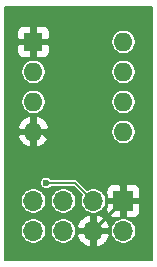
<source format=gbr>
G04 #@! TF.GenerationSoftware,KiCad,Pcbnew,(5.1.5-0-10_14)*
G04 #@! TF.CreationDate,2020-05-05T19:22:47-07:00*
G04 #@! TF.ProjectId,N64 EEPROM Breakout,4e363420-4545-4505-924f-4d2042726561,rev?*
G04 #@! TF.SameCoordinates,Original*
G04 #@! TF.FileFunction,Copper,L2,Bot*
G04 #@! TF.FilePolarity,Positive*
%FSLAX46Y46*%
G04 Gerber Fmt 4.6, Leading zero omitted, Abs format (unit mm)*
G04 Created by KiCad (PCBNEW (5.1.5-0-10_14)) date 2020-05-05 19:22:47*
%MOMM*%
%LPD*%
G04 APERTURE LIST*
%ADD10O,1.700000X1.700000*%
%ADD11R,1.700000X1.700000*%
%ADD12O,1.600000X1.600000*%
%ADD13R,1.600000X1.600000*%
%ADD14C,0.600000*%
%ADD15C,0.304800*%
%ADD16C,0.152400*%
G04 APERTURE END LIST*
D10*
X139700000Y-124460000D03*
X139700000Y-121920000D03*
X142240000Y-124460000D03*
X142240000Y-121920000D03*
X144780000Y-124460000D03*
X144780000Y-121920000D03*
X147320000Y-124460000D03*
D11*
X147320000Y-121920000D03*
D12*
X147320000Y-108458000D03*
X139700000Y-116078000D03*
X147320000Y-110998000D03*
X139700000Y-113538000D03*
X147320000Y-113538000D03*
X139700000Y-110998000D03*
X147320000Y-116078000D03*
D13*
X139700000Y-108458000D03*
D14*
X137922000Y-116078000D03*
X137922000Y-108458000D03*
X142748000Y-118364000D03*
X142748000Y-119380000D03*
X144272000Y-118364000D03*
X144272000Y-119380000D03*
X140778601Y-120396000D03*
D15*
X142748000Y-118364000D02*
X144272000Y-118364000D01*
X140462000Y-116078000D02*
X139700000Y-116078000D01*
X142748000Y-118364000D02*
X140462000Y-116078000D01*
X144272000Y-119804264D02*
X144863736Y-120396000D01*
X144272000Y-119380000D02*
X144272000Y-119804264D01*
X147320000Y-120765200D02*
X147320000Y-121920000D01*
X146950800Y-120396000D02*
X147320000Y-120765200D01*
X144863736Y-120396000D02*
X146950800Y-120396000D01*
X147320000Y-121920000D02*
X144780000Y-124460000D01*
D16*
X143256000Y-120396000D02*
X144780000Y-121920000D01*
X140778601Y-120396000D02*
X143256000Y-120396000D01*
G36*
X149758800Y-126898800D02*
G01*
X137261200Y-126898800D01*
X137261200Y-124353767D01*
X138621400Y-124353767D01*
X138621400Y-124566233D01*
X138662850Y-124774616D01*
X138744157Y-124970909D01*
X138862197Y-125147567D01*
X139012433Y-125297803D01*
X139189091Y-125415843D01*
X139385384Y-125497150D01*
X139593767Y-125538600D01*
X139806233Y-125538600D01*
X140014616Y-125497150D01*
X140210909Y-125415843D01*
X140387567Y-125297803D01*
X140537803Y-125147567D01*
X140655843Y-124970909D01*
X140737150Y-124774616D01*
X140778600Y-124566233D01*
X140778600Y-124353767D01*
X141161400Y-124353767D01*
X141161400Y-124566233D01*
X141202850Y-124774616D01*
X141284157Y-124970909D01*
X141402197Y-125147567D01*
X141552433Y-125297803D01*
X141729091Y-125415843D01*
X141925384Y-125497150D01*
X142133767Y-125538600D01*
X142346233Y-125538600D01*
X142554616Y-125497150D01*
X142750909Y-125415843D01*
X142927567Y-125297803D01*
X143077803Y-125147567D01*
X143195843Y-124970909D01*
X143242511Y-124858240D01*
X143402192Y-124858240D01*
X143506359Y-125119385D01*
X143659471Y-125355190D01*
X143855645Y-125556594D01*
X144087341Y-125715856D01*
X144345656Y-125826856D01*
X144381761Y-125837801D01*
X144602200Y-125735820D01*
X144602200Y-124637800D01*
X144957800Y-124637800D01*
X144957800Y-125735820D01*
X145178239Y-125837801D01*
X145214344Y-125826856D01*
X145472659Y-125715856D01*
X145704355Y-125556594D01*
X145900529Y-125355190D01*
X146053641Y-125119385D01*
X146157808Y-124858240D01*
X146057093Y-124637800D01*
X144957800Y-124637800D01*
X144602200Y-124637800D01*
X143502907Y-124637800D01*
X143402192Y-124858240D01*
X143242511Y-124858240D01*
X143277150Y-124774616D01*
X143318600Y-124566233D01*
X143318600Y-124353767D01*
X146241400Y-124353767D01*
X146241400Y-124566233D01*
X146282850Y-124774616D01*
X146364157Y-124970909D01*
X146482197Y-125147567D01*
X146632433Y-125297803D01*
X146809091Y-125415843D01*
X147005384Y-125497150D01*
X147213767Y-125538600D01*
X147426233Y-125538600D01*
X147634616Y-125497150D01*
X147830909Y-125415843D01*
X148007567Y-125297803D01*
X148157803Y-125147567D01*
X148275843Y-124970909D01*
X148357150Y-124774616D01*
X148398600Y-124566233D01*
X148398600Y-124353767D01*
X148357150Y-124145384D01*
X148275843Y-123949091D01*
X148157803Y-123772433D01*
X148007567Y-123622197D01*
X147830909Y-123504157D01*
X147634616Y-123422850D01*
X147426233Y-123381400D01*
X147213767Y-123381400D01*
X147005384Y-123422850D01*
X146809091Y-123504157D01*
X146632433Y-123622197D01*
X146482197Y-123772433D01*
X146364157Y-123949091D01*
X146282850Y-124145384D01*
X146241400Y-124353767D01*
X143318600Y-124353767D01*
X143277150Y-124145384D01*
X143242512Y-124061760D01*
X143402192Y-124061760D01*
X143502907Y-124282200D01*
X144602200Y-124282200D01*
X144602200Y-123184180D01*
X144957800Y-123184180D01*
X144957800Y-124282200D01*
X146057093Y-124282200D01*
X146157808Y-124061760D01*
X146053641Y-123800615D01*
X145900529Y-123564810D01*
X145704355Y-123363406D01*
X145472659Y-123204144D01*
X145214344Y-123093144D01*
X145178239Y-123082199D01*
X144957800Y-123184180D01*
X144602200Y-123184180D01*
X144381761Y-123082199D01*
X144345656Y-123093144D01*
X144087341Y-123204144D01*
X143855645Y-123363406D01*
X143659471Y-123564810D01*
X143506359Y-123800615D01*
X143402192Y-124061760D01*
X143242512Y-124061760D01*
X143195843Y-123949091D01*
X143077803Y-123772433D01*
X142927567Y-123622197D01*
X142750909Y-123504157D01*
X142554616Y-123422850D01*
X142346233Y-123381400D01*
X142133767Y-123381400D01*
X141925384Y-123422850D01*
X141729091Y-123504157D01*
X141552433Y-123622197D01*
X141402197Y-123772433D01*
X141284157Y-123949091D01*
X141202850Y-124145384D01*
X141161400Y-124353767D01*
X140778600Y-124353767D01*
X140737150Y-124145384D01*
X140655843Y-123949091D01*
X140537803Y-123772433D01*
X140387567Y-123622197D01*
X140210909Y-123504157D01*
X140014616Y-123422850D01*
X139806233Y-123381400D01*
X139593767Y-123381400D01*
X139385384Y-123422850D01*
X139189091Y-123504157D01*
X139012433Y-123622197D01*
X138862197Y-123772433D01*
X138744157Y-123949091D01*
X138662850Y-124145384D01*
X138621400Y-124353767D01*
X137261200Y-124353767D01*
X137261200Y-121813767D01*
X138621400Y-121813767D01*
X138621400Y-122026233D01*
X138662850Y-122234616D01*
X138744157Y-122430909D01*
X138862197Y-122607567D01*
X139012433Y-122757803D01*
X139189091Y-122875843D01*
X139385384Y-122957150D01*
X139593767Y-122998600D01*
X139806233Y-122998600D01*
X140014616Y-122957150D01*
X140210909Y-122875843D01*
X140387567Y-122757803D01*
X140537803Y-122607567D01*
X140655843Y-122430909D01*
X140737150Y-122234616D01*
X140778600Y-122026233D01*
X140778600Y-121813767D01*
X141161400Y-121813767D01*
X141161400Y-122026233D01*
X141202850Y-122234616D01*
X141284157Y-122430909D01*
X141402197Y-122607567D01*
X141552433Y-122757803D01*
X141729091Y-122875843D01*
X141925384Y-122957150D01*
X142133767Y-122998600D01*
X142346233Y-122998600D01*
X142554616Y-122957150D01*
X142750909Y-122875843D01*
X142927567Y-122757803D01*
X143077803Y-122607567D01*
X143195843Y-122430909D01*
X143277150Y-122234616D01*
X143318600Y-122026233D01*
X143318600Y-121813767D01*
X143277150Y-121605384D01*
X143195843Y-121409091D01*
X143077803Y-121232433D01*
X142927567Y-121082197D01*
X142750909Y-120964157D01*
X142554616Y-120882850D01*
X142346233Y-120841400D01*
X142133767Y-120841400D01*
X141925384Y-120882850D01*
X141729091Y-120964157D01*
X141552433Y-121082197D01*
X141402197Y-121232433D01*
X141284157Y-121409091D01*
X141202850Y-121605384D01*
X141161400Y-121813767D01*
X140778600Y-121813767D01*
X140737150Y-121605384D01*
X140655843Y-121409091D01*
X140537803Y-121232433D01*
X140387567Y-121082197D01*
X140210909Y-120964157D01*
X140014616Y-120882850D01*
X139806233Y-120841400D01*
X139593767Y-120841400D01*
X139385384Y-120882850D01*
X139189091Y-120964157D01*
X139012433Y-121082197D01*
X138862197Y-121232433D01*
X138744157Y-121409091D01*
X138662850Y-121605384D01*
X138621400Y-121813767D01*
X137261200Y-121813767D01*
X137261200Y-120343937D01*
X140250001Y-120343937D01*
X140250001Y-120448063D01*
X140270314Y-120550187D01*
X140310161Y-120646386D01*
X140368010Y-120732963D01*
X140441638Y-120806591D01*
X140528215Y-120864440D01*
X140624414Y-120904287D01*
X140726538Y-120924600D01*
X140830664Y-120924600D01*
X140932788Y-120904287D01*
X141028987Y-120864440D01*
X141115564Y-120806591D01*
X141189192Y-120732963D01*
X141210683Y-120700800D01*
X143129749Y-120700800D01*
X143829718Y-121400769D01*
X143824157Y-121409091D01*
X143742850Y-121605384D01*
X143701400Y-121813767D01*
X143701400Y-122026233D01*
X143742850Y-122234616D01*
X143824157Y-122430909D01*
X143942197Y-122607567D01*
X144092433Y-122757803D01*
X144269091Y-122875843D01*
X144465384Y-122957150D01*
X144673767Y-122998600D01*
X144886233Y-122998600D01*
X145094616Y-122957150D01*
X145290909Y-122875843D01*
X145449313Y-122770000D01*
X145882973Y-122770000D01*
X145894253Y-122884523D01*
X145927658Y-122994646D01*
X145981905Y-123096135D01*
X146054909Y-123185091D01*
X146143865Y-123258095D01*
X146245354Y-123312342D01*
X146355477Y-123345747D01*
X146470000Y-123357027D01*
X146996150Y-123354200D01*
X147142200Y-123208150D01*
X147142200Y-122097800D01*
X147497800Y-122097800D01*
X147497800Y-123208150D01*
X147643850Y-123354200D01*
X148170000Y-123357027D01*
X148284523Y-123345747D01*
X148394646Y-123312342D01*
X148496135Y-123258095D01*
X148585091Y-123185091D01*
X148658095Y-123096135D01*
X148712342Y-122994646D01*
X148745747Y-122884523D01*
X148757027Y-122770000D01*
X148754200Y-122243850D01*
X148608150Y-122097800D01*
X147497800Y-122097800D01*
X147142200Y-122097800D01*
X146031850Y-122097800D01*
X145885800Y-122243850D01*
X145882973Y-122770000D01*
X145449313Y-122770000D01*
X145467567Y-122757803D01*
X145617803Y-122607567D01*
X145735843Y-122430909D01*
X145817150Y-122234616D01*
X145858600Y-122026233D01*
X145858600Y-121813767D01*
X145817150Y-121605384D01*
X145735843Y-121409091D01*
X145617803Y-121232433D01*
X145467567Y-121082197D01*
X145449314Y-121070000D01*
X145882973Y-121070000D01*
X145885800Y-121596150D01*
X146031850Y-121742200D01*
X147142200Y-121742200D01*
X147142200Y-120631850D01*
X147497800Y-120631850D01*
X147497800Y-121742200D01*
X148608150Y-121742200D01*
X148754200Y-121596150D01*
X148757027Y-121070000D01*
X148745747Y-120955477D01*
X148712342Y-120845354D01*
X148658095Y-120743865D01*
X148585091Y-120654909D01*
X148496135Y-120581905D01*
X148394646Y-120527658D01*
X148284523Y-120494253D01*
X148170000Y-120482973D01*
X147643850Y-120485800D01*
X147497800Y-120631850D01*
X147142200Y-120631850D01*
X146996150Y-120485800D01*
X146470000Y-120482973D01*
X146355477Y-120494253D01*
X146245354Y-120527658D01*
X146143865Y-120581905D01*
X146054909Y-120654909D01*
X145981905Y-120743865D01*
X145927658Y-120845354D01*
X145894253Y-120955477D01*
X145882973Y-121070000D01*
X145449314Y-121070000D01*
X145290909Y-120964157D01*
X145094616Y-120882850D01*
X144886233Y-120841400D01*
X144673767Y-120841400D01*
X144465384Y-120882850D01*
X144269091Y-120964157D01*
X144260769Y-120969718D01*
X143482112Y-120191061D01*
X143472568Y-120179432D01*
X143426157Y-120141342D01*
X143373206Y-120113040D01*
X143315751Y-120095611D01*
X143270966Y-120091200D01*
X143270958Y-120091200D01*
X143256000Y-120089727D01*
X143241042Y-120091200D01*
X141210683Y-120091200D01*
X141189192Y-120059037D01*
X141115564Y-119985409D01*
X141028987Y-119927560D01*
X140932788Y-119887713D01*
X140830664Y-119867400D01*
X140726538Y-119867400D01*
X140624414Y-119887713D01*
X140528215Y-119927560D01*
X140441638Y-119985409D01*
X140368010Y-120059037D01*
X140310161Y-120145614D01*
X140270314Y-120241813D01*
X140250001Y-120343937D01*
X137261200Y-120343937D01*
X137261200Y-116468354D01*
X138371982Y-116468354D01*
X138378917Y-116491244D01*
X138484921Y-116741034D01*
X138637620Y-116965344D01*
X138831146Y-117155554D01*
X139058061Y-117304354D01*
X139309645Y-117406026D01*
X139522200Y-117304691D01*
X139522200Y-116255800D01*
X139877800Y-116255800D01*
X139877800Y-117304691D01*
X140090355Y-117406026D01*
X140341939Y-117304354D01*
X140568854Y-117155554D01*
X140762380Y-116965344D01*
X140915079Y-116741034D01*
X141021083Y-116491244D01*
X141028018Y-116468354D01*
X140925317Y-116255800D01*
X139877800Y-116255800D01*
X139522200Y-116255800D01*
X138474683Y-116255800D01*
X138371982Y-116468354D01*
X137261200Y-116468354D01*
X137261200Y-115976692D01*
X146291400Y-115976692D01*
X146291400Y-116179308D01*
X146330928Y-116378032D01*
X146408466Y-116565225D01*
X146521034Y-116733694D01*
X146664306Y-116876966D01*
X146832775Y-116989534D01*
X147019968Y-117067072D01*
X147218692Y-117106600D01*
X147421308Y-117106600D01*
X147620032Y-117067072D01*
X147807225Y-116989534D01*
X147975694Y-116876966D01*
X148118966Y-116733694D01*
X148231534Y-116565225D01*
X148309072Y-116378032D01*
X148348600Y-116179308D01*
X148348600Y-115976692D01*
X148309072Y-115777968D01*
X148231534Y-115590775D01*
X148118966Y-115422306D01*
X147975694Y-115279034D01*
X147807225Y-115166466D01*
X147620032Y-115088928D01*
X147421308Y-115049400D01*
X147218692Y-115049400D01*
X147019968Y-115088928D01*
X146832775Y-115166466D01*
X146664306Y-115279034D01*
X146521034Y-115422306D01*
X146408466Y-115590775D01*
X146330928Y-115777968D01*
X146291400Y-115976692D01*
X137261200Y-115976692D01*
X137261200Y-115687646D01*
X138371982Y-115687646D01*
X138474683Y-115900200D01*
X139522200Y-115900200D01*
X139522200Y-114851309D01*
X139877800Y-114851309D01*
X139877800Y-115900200D01*
X140925317Y-115900200D01*
X141028018Y-115687646D01*
X141021083Y-115664756D01*
X140915079Y-115414966D01*
X140762380Y-115190656D01*
X140568854Y-115000446D01*
X140341939Y-114851646D01*
X140090355Y-114749974D01*
X139877800Y-114851309D01*
X139522200Y-114851309D01*
X139309645Y-114749974D01*
X139058061Y-114851646D01*
X138831146Y-115000446D01*
X138637620Y-115190656D01*
X138484921Y-115414966D01*
X138378917Y-115664756D01*
X138371982Y-115687646D01*
X137261200Y-115687646D01*
X137261200Y-113436692D01*
X138671400Y-113436692D01*
X138671400Y-113639308D01*
X138710928Y-113838032D01*
X138788466Y-114025225D01*
X138901034Y-114193694D01*
X139044306Y-114336966D01*
X139212775Y-114449534D01*
X139399968Y-114527072D01*
X139598692Y-114566600D01*
X139801308Y-114566600D01*
X140000032Y-114527072D01*
X140187225Y-114449534D01*
X140355694Y-114336966D01*
X140498966Y-114193694D01*
X140611534Y-114025225D01*
X140689072Y-113838032D01*
X140728600Y-113639308D01*
X140728600Y-113436692D01*
X146291400Y-113436692D01*
X146291400Y-113639308D01*
X146330928Y-113838032D01*
X146408466Y-114025225D01*
X146521034Y-114193694D01*
X146664306Y-114336966D01*
X146832775Y-114449534D01*
X147019968Y-114527072D01*
X147218692Y-114566600D01*
X147421308Y-114566600D01*
X147620032Y-114527072D01*
X147807225Y-114449534D01*
X147975694Y-114336966D01*
X148118966Y-114193694D01*
X148231534Y-114025225D01*
X148309072Y-113838032D01*
X148348600Y-113639308D01*
X148348600Y-113436692D01*
X148309072Y-113237968D01*
X148231534Y-113050775D01*
X148118966Y-112882306D01*
X147975694Y-112739034D01*
X147807225Y-112626466D01*
X147620032Y-112548928D01*
X147421308Y-112509400D01*
X147218692Y-112509400D01*
X147019968Y-112548928D01*
X146832775Y-112626466D01*
X146664306Y-112739034D01*
X146521034Y-112882306D01*
X146408466Y-113050775D01*
X146330928Y-113237968D01*
X146291400Y-113436692D01*
X140728600Y-113436692D01*
X140689072Y-113237968D01*
X140611534Y-113050775D01*
X140498966Y-112882306D01*
X140355694Y-112739034D01*
X140187225Y-112626466D01*
X140000032Y-112548928D01*
X139801308Y-112509400D01*
X139598692Y-112509400D01*
X139399968Y-112548928D01*
X139212775Y-112626466D01*
X139044306Y-112739034D01*
X138901034Y-112882306D01*
X138788466Y-113050775D01*
X138710928Y-113237968D01*
X138671400Y-113436692D01*
X137261200Y-113436692D01*
X137261200Y-110896692D01*
X138671400Y-110896692D01*
X138671400Y-111099308D01*
X138710928Y-111298032D01*
X138788466Y-111485225D01*
X138901034Y-111653694D01*
X139044306Y-111796966D01*
X139212775Y-111909534D01*
X139399968Y-111987072D01*
X139598692Y-112026600D01*
X139801308Y-112026600D01*
X140000032Y-111987072D01*
X140187225Y-111909534D01*
X140355694Y-111796966D01*
X140498966Y-111653694D01*
X140611534Y-111485225D01*
X140689072Y-111298032D01*
X140728600Y-111099308D01*
X140728600Y-110896692D01*
X146291400Y-110896692D01*
X146291400Y-111099308D01*
X146330928Y-111298032D01*
X146408466Y-111485225D01*
X146521034Y-111653694D01*
X146664306Y-111796966D01*
X146832775Y-111909534D01*
X147019968Y-111987072D01*
X147218692Y-112026600D01*
X147421308Y-112026600D01*
X147620032Y-111987072D01*
X147807225Y-111909534D01*
X147975694Y-111796966D01*
X148118966Y-111653694D01*
X148231534Y-111485225D01*
X148309072Y-111298032D01*
X148348600Y-111099308D01*
X148348600Y-110896692D01*
X148309072Y-110697968D01*
X148231534Y-110510775D01*
X148118966Y-110342306D01*
X147975694Y-110199034D01*
X147807225Y-110086466D01*
X147620032Y-110008928D01*
X147421308Y-109969400D01*
X147218692Y-109969400D01*
X147019968Y-110008928D01*
X146832775Y-110086466D01*
X146664306Y-110199034D01*
X146521034Y-110342306D01*
X146408466Y-110510775D01*
X146330928Y-110697968D01*
X146291400Y-110896692D01*
X140728600Y-110896692D01*
X140689072Y-110697968D01*
X140611534Y-110510775D01*
X140498966Y-110342306D01*
X140355694Y-110199034D01*
X140187225Y-110086466D01*
X140000032Y-110008928D01*
X139801308Y-109969400D01*
X139598692Y-109969400D01*
X139399968Y-110008928D01*
X139212775Y-110086466D01*
X139044306Y-110199034D01*
X138901034Y-110342306D01*
X138788466Y-110510775D01*
X138710928Y-110697968D01*
X138671400Y-110896692D01*
X137261200Y-110896692D01*
X137261200Y-109258000D01*
X138312973Y-109258000D01*
X138324253Y-109372523D01*
X138357658Y-109482646D01*
X138411905Y-109584135D01*
X138484909Y-109673091D01*
X138573865Y-109746095D01*
X138675354Y-109800342D01*
X138785477Y-109833747D01*
X138900000Y-109845027D01*
X139376150Y-109842200D01*
X139522200Y-109696150D01*
X139522200Y-108635800D01*
X139877800Y-108635800D01*
X139877800Y-109696150D01*
X140023850Y-109842200D01*
X140500000Y-109845027D01*
X140614523Y-109833747D01*
X140724646Y-109800342D01*
X140826135Y-109746095D01*
X140915091Y-109673091D01*
X140988095Y-109584135D01*
X141042342Y-109482646D01*
X141075747Y-109372523D01*
X141087027Y-109258000D01*
X141084200Y-108781850D01*
X140938150Y-108635800D01*
X139877800Y-108635800D01*
X139522200Y-108635800D01*
X138461850Y-108635800D01*
X138315800Y-108781850D01*
X138312973Y-109258000D01*
X137261200Y-109258000D01*
X137261200Y-108356692D01*
X146291400Y-108356692D01*
X146291400Y-108559308D01*
X146330928Y-108758032D01*
X146408466Y-108945225D01*
X146521034Y-109113694D01*
X146664306Y-109256966D01*
X146832775Y-109369534D01*
X147019968Y-109447072D01*
X147218692Y-109486600D01*
X147421308Y-109486600D01*
X147620032Y-109447072D01*
X147807225Y-109369534D01*
X147975694Y-109256966D01*
X148118966Y-109113694D01*
X148231534Y-108945225D01*
X148309072Y-108758032D01*
X148348600Y-108559308D01*
X148348600Y-108356692D01*
X148309072Y-108157968D01*
X148231534Y-107970775D01*
X148118966Y-107802306D01*
X147975694Y-107659034D01*
X147807225Y-107546466D01*
X147620032Y-107468928D01*
X147421308Y-107429400D01*
X147218692Y-107429400D01*
X147019968Y-107468928D01*
X146832775Y-107546466D01*
X146664306Y-107659034D01*
X146521034Y-107802306D01*
X146408466Y-107970775D01*
X146330928Y-108157968D01*
X146291400Y-108356692D01*
X137261200Y-108356692D01*
X137261200Y-107658000D01*
X138312973Y-107658000D01*
X138315800Y-108134150D01*
X138461850Y-108280200D01*
X139522200Y-108280200D01*
X139522200Y-107219850D01*
X139877800Y-107219850D01*
X139877800Y-108280200D01*
X140938150Y-108280200D01*
X141084200Y-108134150D01*
X141087027Y-107658000D01*
X141075747Y-107543477D01*
X141042342Y-107433354D01*
X140988095Y-107331865D01*
X140915091Y-107242909D01*
X140826135Y-107169905D01*
X140724646Y-107115658D01*
X140614523Y-107082253D01*
X140500000Y-107070973D01*
X140023850Y-107073800D01*
X139877800Y-107219850D01*
X139522200Y-107219850D01*
X139376150Y-107073800D01*
X138900000Y-107070973D01*
X138785477Y-107082253D01*
X138675354Y-107115658D01*
X138573865Y-107169905D01*
X138484909Y-107242909D01*
X138411905Y-107331865D01*
X138357658Y-107433354D01*
X138324253Y-107543477D01*
X138312973Y-107658000D01*
X137261200Y-107658000D01*
X137261200Y-105511200D01*
X149758801Y-105511200D01*
X149758800Y-126898800D01*
G37*
X149758800Y-126898800D02*
X137261200Y-126898800D01*
X137261200Y-124353767D01*
X138621400Y-124353767D01*
X138621400Y-124566233D01*
X138662850Y-124774616D01*
X138744157Y-124970909D01*
X138862197Y-125147567D01*
X139012433Y-125297803D01*
X139189091Y-125415843D01*
X139385384Y-125497150D01*
X139593767Y-125538600D01*
X139806233Y-125538600D01*
X140014616Y-125497150D01*
X140210909Y-125415843D01*
X140387567Y-125297803D01*
X140537803Y-125147567D01*
X140655843Y-124970909D01*
X140737150Y-124774616D01*
X140778600Y-124566233D01*
X140778600Y-124353767D01*
X141161400Y-124353767D01*
X141161400Y-124566233D01*
X141202850Y-124774616D01*
X141284157Y-124970909D01*
X141402197Y-125147567D01*
X141552433Y-125297803D01*
X141729091Y-125415843D01*
X141925384Y-125497150D01*
X142133767Y-125538600D01*
X142346233Y-125538600D01*
X142554616Y-125497150D01*
X142750909Y-125415843D01*
X142927567Y-125297803D01*
X143077803Y-125147567D01*
X143195843Y-124970909D01*
X143242511Y-124858240D01*
X143402192Y-124858240D01*
X143506359Y-125119385D01*
X143659471Y-125355190D01*
X143855645Y-125556594D01*
X144087341Y-125715856D01*
X144345656Y-125826856D01*
X144381761Y-125837801D01*
X144602200Y-125735820D01*
X144602200Y-124637800D01*
X144957800Y-124637800D01*
X144957800Y-125735820D01*
X145178239Y-125837801D01*
X145214344Y-125826856D01*
X145472659Y-125715856D01*
X145704355Y-125556594D01*
X145900529Y-125355190D01*
X146053641Y-125119385D01*
X146157808Y-124858240D01*
X146057093Y-124637800D01*
X144957800Y-124637800D01*
X144602200Y-124637800D01*
X143502907Y-124637800D01*
X143402192Y-124858240D01*
X143242511Y-124858240D01*
X143277150Y-124774616D01*
X143318600Y-124566233D01*
X143318600Y-124353767D01*
X146241400Y-124353767D01*
X146241400Y-124566233D01*
X146282850Y-124774616D01*
X146364157Y-124970909D01*
X146482197Y-125147567D01*
X146632433Y-125297803D01*
X146809091Y-125415843D01*
X147005384Y-125497150D01*
X147213767Y-125538600D01*
X147426233Y-125538600D01*
X147634616Y-125497150D01*
X147830909Y-125415843D01*
X148007567Y-125297803D01*
X148157803Y-125147567D01*
X148275843Y-124970909D01*
X148357150Y-124774616D01*
X148398600Y-124566233D01*
X148398600Y-124353767D01*
X148357150Y-124145384D01*
X148275843Y-123949091D01*
X148157803Y-123772433D01*
X148007567Y-123622197D01*
X147830909Y-123504157D01*
X147634616Y-123422850D01*
X147426233Y-123381400D01*
X147213767Y-123381400D01*
X147005384Y-123422850D01*
X146809091Y-123504157D01*
X146632433Y-123622197D01*
X146482197Y-123772433D01*
X146364157Y-123949091D01*
X146282850Y-124145384D01*
X146241400Y-124353767D01*
X143318600Y-124353767D01*
X143277150Y-124145384D01*
X143242512Y-124061760D01*
X143402192Y-124061760D01*
X143502907Y-124282200D01*
X144602200Y-124282200D01*
X144602200Y-123184180D01*
X144957800Y-123184180D01*
X144957800Y-124282200D01*
X146057093Y-124282200D01*
X146157808Y-124061760D01*
X146053641Y-123800615D01*
X145900529Y-123564810D01*
X145704355Y-123363406D01*
X145472659Y-123204144D01*
X145214344Y-123093144D01*
X145178239Y-123082199D01*
X144957800Y-123184180D01*
X144602200Y-123184180D01*
X144381761Y-123082199D01*
X144345656Y-123093144D01*
X144087341Y-123204144D01*
X143855645Y-123363406D01*
X143659471Y-123564810D01*
X143506359Y-123800615D01*
X143402192Y-124061760D01*
X143242512Y-124061760D01*
X143195843Y-123949091D01*
X143077803Y-123772433D01*
X142927567Y-123622197D01*
X142750909Y-123504157D01*
X142554616Y-123422850D01*
X142346233Y-123381400D01*
X142133767Y-123381400D01*
X141925384Y-123422850D01*
X141729091Y-123504157D01*
X141552433Y-123622197D01*
X141402197Y-123772433D01*
X141284157Y-123949091D01*
X141202850Y-124145384D01*
X141161400Y-124353767D01*
X140778600Y-124353767D01*
X140737150Y-124145384D01*
X140655843Y-123949091D01*
X140537803Y-123772433D01*
X140387567Y-123622197D01*
X140210909Y-123504157D01*
X140014616Y-123422850D01*
X139806233Y-123381400D01*
X139593767Y-123381400D01*
X139385384Y-123422850D01*
X139189091Y-123504157D01*
X139012433Y-123622197D01*
X138862197Y-123772433D01*
X138744157Y-123949091D01*
X138662850Y-124145384D01*
X138621400Y-124353767D01*
X137261200Y-124353767D01*
X137261200Y-121813767D01*
X138621400Y-121813767D01*
X138621400Y-122026233D01*
X138662850Y-122234616D01*
X138744157Y-122430909D01*
X138862197Y-122607567D01*
X139012433Y-122757803D01*
X139189091Y-122875843D01*
X139385384Y-122957150D01*
X139593767Y-122998600D01*
X139806233Y-122998600D01*
X140014616Y-122957150D01*
X140210909Y-122875843D01*
X140387567Y-122757803D01*
X140537803Y-122607567D01*
X140655843Y-122430909D01*
X140737150Y-122234616D01*
X140778600Y-122026233D01*
X140778600Y-121813767D01*
X141161400Y-121813767D01*
X141161400Y-122026233D01*
X141202850Y-122234616D01*
X141284157Y-122430909D01*
X141402197Y-122607567D01*
X141552433Y-122757803D01*
X141729091Y-122875843D01*
X141925384Y-122957150D01*
X142133767Y-122998600D01*
X142346233Y-122998600D01*
X142554616Y-122957150D01*
X142750909Y-122875843D01*
X142927567Y-122757803D01*
X143077803Y-122607567D01*
X143195843Y-122430909D01*
X143277150Y-122234616D01*
X143318600Y-122026233D01*
X143318600Y-121813767D01*
X143277150Y-121605384D01*
X143195843Y-121409091D01*
X143077803Y-121232433D01*
X142927567Y-121082197D01*
X142750909Y-120964157D01*
X142554616Y-120882850D01*
X142346233Y-120841400D01*
X142133767Y-120841400D01*
X141925384Y-120882850D01*
X141729091Y-120964157D01*
X141552433Y-121082197D01*
X141402197Y-121232433D01*
X141284157Y-121409091D01*
X141202850Y-121605384D01*
X141161400Y-121813767D01*
X140778600Y-121813767D01*
X140737150Y-121605384D01*
X140655843Y-121409091D01*
X140537803Y-121232433D01*
X140387567Y-121082197D01*
X140210909Y-120964157D01*
X140014616Y-120882850D01*
X139806233Y-120841400D01*
X139593767Y-120841400D01*
X139385384Y-120882850D01*
X139189091Y-120964157D01*
X139012433Y-121082197D01*
X138862197Y-121232433D01*
X138744157Y-121409091D01*
X138662850Y-121605384D01*
X138621400Y-121813767D01*
X137261200Y-121813767D01*
X137261200Y-120343937D01*
X140250001Y-120343937D01*
X140250001Y-120448063D01*
X140270314Y-120550187D01*
X140310161Y-120646386D01*
X140368010Y-120732963D01*
X140441638Y-120806591D01*
X140528215Y-120864440D01*
X140624414Y-120904287D01*
X140726538Y-120924600D01*
X140830664Y-120924600D01*
X140932788Y-120904287D01*
X141028987Y-120864440D01*
X141115564Y-120806591D01*
X141189192Y-120732963D01*
X141210683Y-120700800D01*
X143129749Y-120700800D01*
X143829718Y-121400769D01*
X143824157Y-121409091D01*
X143742850Y-121605384D01*
X143701400Y-121813767D01*
X143701400Y-122026233D01*
X143742850Y-122234616D01*
X143824157Y-122430909D01*
X143942197Y-122607567D01*
X144092433Y-122757803D01*
X144269091Y-122875843D01*
X144465384Y-122957150D01*
X144673767Y-122998600D01*
X144886233Y-122998600D01*
X145094616Y-122957150D01*
X145290909Y-122875843D01*
X145449313Y-122770000D01*
X145882973Y-122770000D01*
X145894253Y-122884523D01*
X145927658Y-122994646D01*
X145981905Y-123096135D01*
X146054909Y-123185091D01*
X146143865Y-123258095D01*
X146245354Y-123312342D01*
X146355477Y-123345747D01*
X146470000Y-123357027D01*
X146996150Y-123354200D01*
X147142200Y-123208150D01*
X147142200Y-122097800D01*
X147497800Y-122097800D01*
X147497800Y-123208150D01*
X147643850Y-123354200D01*
X148170000Y-123357027D01*
X148284523Y-123345747D01*
X148394646Y-123312342D01*
X148496135Y-123258095D01*
X148585091Y-123185091D01*
X148658095Y-123096135D01*
X148712342Y-122994646D01*
X148745747Y-122884523D01*
X148757027Y-122770000D01*
X148754200Y-122243850D01*
X148608150Y-122097800D01*
X147497800Y-122097800D01*
X147142200Y-122097800D01*
X146031850Y-122097800D01*
X145885800Y-122243850D01*
X145882973Y-122770000D01*
X145449313Y-122770000D01*
X145467567Y-122757803D01*
X145617803Y-122607567D01*
X145735843Y-122430909D01*
X145817150Y-122234616D01*
X145858600Y-122026233D01*
X145858600Y-121813767D01*
X145817150Y-121605384D01*
X145735843Y-121409091D01*
X145617803Y-121232433D01*
X145467567Y-121082197D01*
X145449314Y-121070000D01*
X145882973Y-121070000D01*
X145885800Y-121596150D01*
X146031850Y-121742200D01*
X147142200Y-121742200D01*
X147142200Y-120631850D01*
X147497800Y-120631850D01*
X147497800Y-121742200D01*
X148608150Y-121742200D01*
X148754200Y-121596150D01*
X148757027Y-121070000D01*
X148745747Y-120955477D01*
X148712342Y-120845354D01*
X148658095Y-120743865D01*
X148585091Y-120654909D01*
X148496135Y-120581905D01*
X148394646Y-120527658D01*
X148284523Y-120494253D01*
X148170000Y-120482973D01*
X147643850Y-120485800D01*
X147497800Y-120631850D01*
X147142200Y-120631850D01*
X146996150Y-120485800D01*
X146470000Y-120482973D01*
X146355477Y-120494253D01*
X146245354Y-120527658D01*
X146143865Y-120581905D01*
X146054909Y-120654909D01*
X145981905Y-120743865D01*
X145927658Y-120845354D01*
X145894253Y-120955477D01*
X145882973Y-121070000D01*
X145449314Y-121070000D01*
X145290909Y-120964157D01*
X145094616Y-120882850D01*
X144886233Y-120841400D01*
X144673767Y-120841400D01*
X144465384Y-120882850D01*
X144269091Y-120964157D01*
X144260769Y-120969718D01*
X143482112Y-120191061D01*
X143472568Y-120179432D01*
X143426157Y-120141342D01*
X143373206Y-120113040D01*
X143315751Y-120095611D01*
X143270966Y-120091200D01*
X143270958Y-120091200D01*
X143256000Y-120089727D01*
X143241042Y-120091200D01*
X141210683Y-120091200D01*
X141189192Y-120059037D01*
X141115564Y-119985409D01*
X141028987Y-119927560D01*
X140932788Y-119887713D01*
X140830664Y-119867400D01*
X140726538Y-119867400D01*
X140624414Y-119887713D01*
X140528215Y-119927560D01*
X140441638Y-119985409D01*
X140368010Y-120059037D01*
X140310161Y-120145614D01*
X140270314Y-120241813D01*
X140250001Y-120343937D01*
X137261200Y-120343937D01*
X137261200Y-116468354D01*
X138371982Y-116468354D01*
X138378917Y-116491244D01*
X138484921Y-116741034D01*
X138637620Y-116965344D01*
X138831146Y-117155554D01*
X139058061Y-117304354D01*
X139309645Y-117406026D01*
X139522200Y-117304691D01*
X139522200Y-116255800D01*
X139877800Y-116255800D01*
X139877800Y-117304691D01*
X140090355Y-117406026D01*
X140341939Y-117304354D01*
X140568854Y-117155554D01*
X140762380Y-116965344D01*
X140915079Y-116741034D01*
X141021083Y-116491244D01*
X141028018Y-116468354D01*
X140925317Y-116255800D01*
X139877800Y-116255800D01*
X139522200Y-116255800D01*
X138474683Y-116255800D01*
X138371982Y-116468354D01*
X137261200Y-116468354D01*
X137261200Y-115976692D01*
X146291400Y-115976692D01*
X146291400Y-116179308D01*
X146330928Y-116378032D01*
X146408466Y-116565225D01*
X146521034Y-116733694D01*
X146664306Y-116876966D01*
X146832775Y-116989534D01*
X147019968Y-117067072D01*
X147218692Y-117106600D01*
X147421308Y-117106600D01*
X147620032Y-117067072D01*
X147807225Y-116989534D01*
X147975694Y-116876966D01*
X148118966Y-116733694D01*
X148231534Y-116565225D01*
X148309072Y-116378032D01*
X148348600Y-116179308D01*
X148348600Y-115976692D01*
X148309072Y-115777968D01*
X148231534Y-115590775D01*
X148118966Y-115422306D01*
X147975694Y-115279034D01*
X147807225Y-115166466D01*
X147620032Y-115088928D01*
X147421308Y-115049400D01*
X147218692Y-115049400D01*
X147019968Y-115088928D01*
X146832775Y-115166466D01*
X146664306Y-115279034D01*
X146521034Y-115422306D01*
X146408466Y-115590775D01*
X146330928Y-115777968D01*
X146291400Y-115976692D01*
X137261200Y-115976692D01*
X137261200Y-115687646D01*
X138371982Y-115687646D01*
X138474683Y-115900200D01*
X139522200Y-115900200D01*
X139522200Y-114851309D01*
X139877800Y-114851309D01*
X139877800Y-115900200D01*
X140925317Y-115900200D01*
X141028018Y-115687646D01*
X141021083Y-115664756D01*
X140915079Y-115414966D01*
X140762380Y-115190656D01*
X140568854Y-115000446D01*
X140341939Y-114851646D01*
X140090355Y-114749974D01*
X139877800Y-114851309D01*
X139522200Y-114851309D01*
X139309645Y-114749974D01*
X139058061Y-114851646D01*
X138831146Y-115000446D01*
X138637620Y-115190656D01*
X138484921Y-115414966D01*
X138378917Y-115664756D01*
X138371982Y-115687646D01*
X137261200Y-115687646D01*
X137261200Y-113436692D01*
X138671400Y-113436692D01*
X138671400Y-113639308D01*
X138710928Y-113838032D01*
X138788466Y-114025225D01*
X138901034Y-114193694D01*
X139044306Y-114336966D01*
X139212775Y-114449534D01*
X139399968Y-114527072D01*
X139598692Y-114566600D01*
X139801308Y-114566600D01*
X140000032Y-114527072D01*
X140187225Y-114449534D01*
X140355694Y-114336966D01*
X140498966Y-114193694D01*
X140611534Y-114025225D01*
X140689072Y-113838032D01*
X140728600Y-113639308D01*
X140728600Y-113436692D01*
X146291400Y-113436692D01*
X146291400Y-113639308D01*
X146330928Y-113838032D01*
X146408466Y-114025225D01*
X146521034Y-114193694D01*
X146664306Y-114336966D01*
X146832775Y-114449534D01*
X147019968Y-114527072D01*
X147218692Y-114566600D01*
X147421308Y-114566600D01*
X147620032Y-114527072D01*
X147807225Y-114449534D01*
X147975694Y-114336966D01*
X148118966Y-114193694D01*
X148231534Y-114025225D01*
X148309072Y-113838032D01*
X148348600Y-113639308D01*
X148348600Y-113436692D01*
X148309072Y-113237968D01*
X148231534Y-113050775D01*
X148118966Y-112882306D01*
X147975694Y-112739034D01*
X147807225Y-112626466D01*
X147620032Y-112548928D01*
X147421308Y-112509400D01*
X147218692Y-112509400D01*
X147019968Y-112548928D01*
X146832775Y-112626466D01*
X146664306Y-112739034D01*
X146521034Y-112882306D01*
X146408466Y-113050775D01*
X146330928Y-113237968D01*
X146291400Y-113436692D01*
X140728600Y-113436692D01*
X140689072Y-113237968D01*
X140611534Y-113050775D01*
X140498966Y-112882306D01*
X140355694Y-112739034D01*
X140187225Y-112626466D01*
X140000032Y-112548928D01*
X139801308Y-112509400D01*
X139598692Y-112509400D01*
X139399968Y-112548928D01*
X139212775Y-112626466D01*
X139044306Y-112739034D01*
X138901034Y-112882306D01*
X138788466Y-113050775D01*
X138710928Y-113237968D01*
X138671400Y-113436692D01*
X137261200Y-113436692D01*
X137261200Y-110896692D01*
X138671400Y-110896692D01*
X138671400Y-111099308D01*
X138710928Y-111298032D01*
X138788466Y-111485225D01*
X138901034Y-111653694D01*
X139044306Y-111796966D01*
X139212775Y-111909534D01*
X139399968Y-111987072D01*
X139598692Y-112026600D01*
X139801308Y-112026600D01*
X140000032Y-111987072D01*
X140187225Y-111909534D01*
X140355694Y-111796966D01*
X140498966Y-111653694D01*
X140611534Y-111485225D01*
X140689072Y-111298032D01*
X140728600Y-111099308D01*
X140728600Y-110896692D01*
X146291400Y-110896692D01*
X146291400Y-111099308D01*
X146330928Y-111298032D01*
X146408466Y-111485225D01*
X146521034Y-111653694D01*
X146664306Y-111796966D01*
X146832775Y-111909534D01*
X147019968Y-111987072D01*
X147218692Y-112026600D01*
X147421308Y-112026600D01*
X147620032Y-111987072D01*
X147807225Y-111909534D01*
X147975694Y-111796966D01*
X148118966Y-111653694D01*
X148231534Y-111485225D01*
X148309072Y-111298032D01*
X148348600Y-111099308D01*
X148348600Y-110896692D01*
X148309072Y-110697968D01*
X148231534Y-110510775D01*
X148118966Y-110342306D01*
X147975694Y-110199034D01*
X147807225Y-110086466D01*
X147620032Y-110008928D01*
X147421308Y-109969400D01*
X147218692Y-109969400D01*
X147019968Y-110008928D01*
X146832775Y-110086466D01*
X146664306Y-110199034D01*
X146521034Y-110342306D01*
X146408466Y-110510775D01*
X146330928Y-110697968D01*
X146291400Y-110896692D01*
X140728600Y-110896692D01*
X140689072Y-110697968D01*
X140611534Y-110510775D01*
X140498966Y-110342306D01*
X140355694Y-110199034D01*
X140187225Y-110086466D01*
X140000032Y-110008928D01*
X139801308Y-109969400D01*
X139598692Y-109969400D01*
X139399968Y-110008928D01*
X139212775Y-110086466D01*
X139044306Y-110199034D01*
X138901034Y-110342306D01*
X138788466Y-110510775D01*
X138710928Y-110697968D01*
X138671400Y-110896692D01*
X137261200Y-110896692D01*
X137261200Y-109258000D01*
X138312973Y-109258000D01*
X138324253Y-109372523D01*
X138357658Y-109482646D01*
X138411905Y-109584135D01*
X138484909Y-109673091D01*
X138573865Y-109746095D01*
X138675354Y-109800342D01*
X138785477Y-109833747D01*
X138900000Y-109845027D01*
X139376150Y-109842200D01*
X139522200Y-109696150D01*
X139522200Y-108635800D01*
X139877800Y-108635800D01*
X139877800Y-109696150D01*
X140023850Y-109842200D01*
X140500000Y-109845027D01*
X140614523Y-109833747D01*
X140724646Y-109800342D01*
X140826135Y-109746095D01*
X140915091Y-109673091D01*
X140988095Y-109584135D01*
X141042342Y-109482646D01*
X141075747Y-109372523D01*
X141087027Y-109258000D01*
X141084200Y-108781850D01*
X140938150Y-108635800D01*
X139877800Y-108635800D01*
X139522200Y-108635800D01*
X138461850Y-108635800D01*
X138315800Y-108781850D01*
X138312973Y-109258000D01*
X137261200Y-109258000D01*
X137261200Y-108356692D01*
X146291400Y-108356692D01*
X146291400Y-108559308D01*
X146330928Y-108758032D01*
X146408466Y-108945225D01*
X146521034Y-109113694D01*
X146664306Y-109256966D01*
X146832775Y-109369534D01*
X147019968Y-109447072D01*
X147218692Y-109486600D01*
X147421308Y-109486600D01*
X147620032Y-109447072D01*
X147807225Y-109369534D01*
X147975694Y-109256966D01*
X148118966Y-109113694D01*
X148231534Y-108945225D01*
X148309072Y-108758032D01*
X148348600Y-108559308D01*
X148348600Y-108356692D01*
X148309072Y-108157968D01*
X148231534Y-107970775D01*
X148118966Y-107802306D01*
X147975694Y-107659034D01*
X147807225Y-107546466D01*
X147620032Y-107468928D01*
X147421308Y-107429400D01*
X147218692Y-107429400D01*
X147019968Y-107468928D01*
X146832775Y-107546466D01*
X146664306Y-107659034D01*
X146521034Y-107802306D01*
X146408466Y-107970775D01*
X146330928Y-108157968D01*
X146291400Y-108356692D01*
X137261200Y-108356692D01*
X137261200Y-107658000D01*
X138312973Y-107658000D01*
X138315800Y-108134150D01*
X138461850Y-108280200D01*
X139522200Y-108280200D01*
X139522200Y-107219850D01*
X139877800Y-107219850D01*
X139877800Y-108280200D01*
X140938150Y-108280200D01*
X141084200Y-108134150D01*
X141087027Y-107658000D01*
X141075747Y-107543477D01*
X141042342Y-107433354D01*
X140988095Y-107331865D01*
X140915091Y-107242909D01*
X140826135Y-107169905D01*
X140724646Y-107115658D01*
X140614523Y-107082253D01*
X140500000Y-107070973D01*
X140023850Y-107073800D01*
X139877800Y-107219850D01*
X139522200Y-107219850D01*
X139376150Y-107073800D01*
X138900000Y-107070973D01*
X138785477Y-107082253D01*
X138675354Y-107115658D01*
X138573865Y-107169905D01*
X138484909Y-107242909D01*
X138411905Y-107331865D01*
X138357658Y-107433354D01*
X138324253Y-107543477D01*
X138312973Y-107658000D01*
X137261200Y-107658000D01*
X137261200Y-105511200D01*
X149758801Y-105511200D01*
X149758800Y-126898800D01*
M02*

</source>
